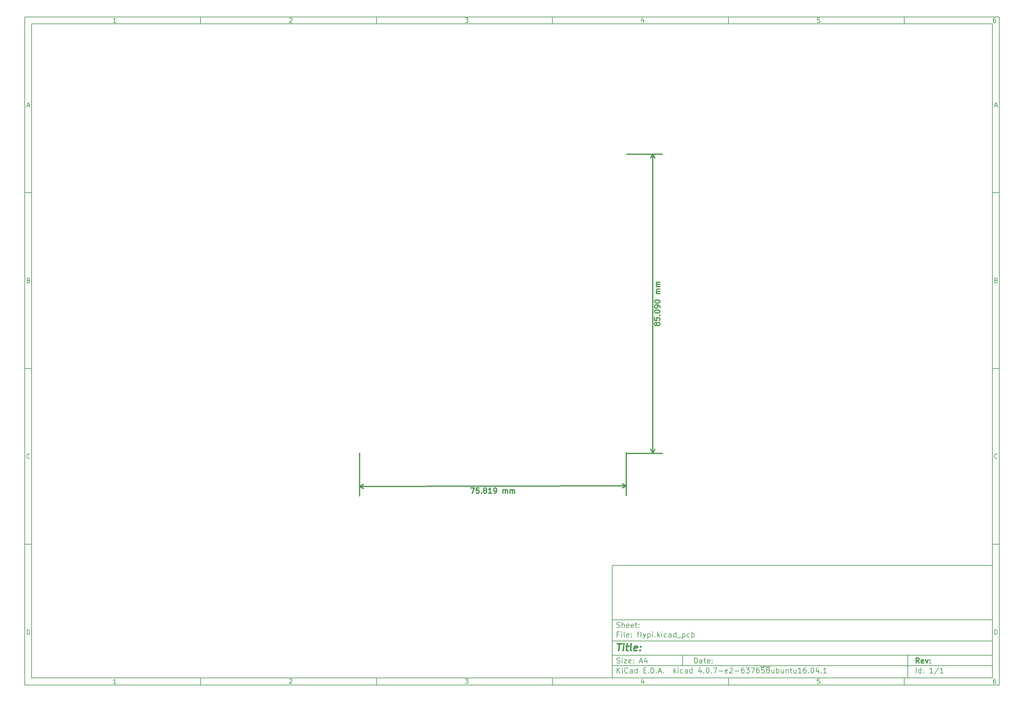
<source format=gbr>
G04 #@! TF.FileFunction,Other,ECO2*
%FSLAX46Y46*%
G04 Gerber Fmt 4.6, Leading zero omitted, Abs format (unit mm)*
G04 Created by KiCad (PCBNEW 4.0.7-e2-6376~58~ubuntu16.04.1) date Fri Dec 29 18:16:50 2017*
%MOMM*%
%LPD*%
G01*
G04 APERTURE LIST*
%ADD10C,0.100000*%
%ADD11C,0.150000*%
%ADD12C,0.300000*%
%ADD13C,0.400000*%
G04 APERTURE END LIST*
D10*
D11*
X177002200Y-166007200D02*
X177002200Y-198007200D01*
X285002200Y-198007200D01*
X285002200Y-166007200D01*
X177002200Y-166007200D01*
D10*
D11*
X10000000Y-10000000D02*
X10000000Y-200007200D01*
X287002200Y-200007200D01*
X287002200Y-10000000D01*
X10000000Y-10000000D01*
D10*
D11*
X12000000Y-12000000D02*
X12000000Y-198007200D01*
X285002200Y-198007200D01*
X285002200Y-12000000D01*
X12000000Y-12000000D01*
D10*
D11*
X60000000Y-12000000D02*
X60000000Y-10000000D01*
D10*
D11*
X110000000Y-12000000D02*
X110000000Y-10000000D01*
D10*
D11*
X160000000Y-12000000D02*
X160000000Y-10000000D01*
D10*
D11*
X210000000Y-12000000D02*
X210000000Y-10000000D01*
D10*
D11*
X260000000Y-12000000D02*
X260000000Y-10000000D01*
D10*
D11*
X35990476Y-11588095D02*
X35247619Y-11588095D01*
X35619048Y-11588095D02*
X35619048Y-10288095D01*
X35495238Y-10473810D01*
X35371429Y-10597619D01*
X35247619Y-10659524D01*
D10*
D11*
X85247619Y-10411905D02*
X85309524Y-10350000D01*
X85433333Y-10288095D01*
X85742857Y-10288095D01*
X85866667Y-10350000D01*
X85928571Y-10411905D01*
X85990476Y-10535714D01*
X85990476Y-10659524D01*
X85928571Y-10845238D01*
X85185714Y-11588095D01*
X85990476Y-11588095D01*
D10*
D11*
X135185714Y-10288095D02*
X135990476Y-10288095D01*
X135557143Y-10783333D01*
X135742857Y-10783333D01*
X135866667Y-10845238D01*
X135928571Y-10907143D01*
X135990476Y-11030952D01*
X135990476Y-11340476D01*
X135928571Y-11464286D01*
X135866667Y-11526190D01*
X135742857Y-11588095D01*
X135371429Y-11588095D01*
X135247619Y-11526190D01*
X135185714Y-11464286D01*
D10*
D11*
X185866667Y-10721429D02*
X185866667Y-11588095D01*
X185557143Y-10226190D02*
X185247619Y-11154762D01*
X186052381Y-11154762D01*
D10*
D11*
X235928571Y-10288095D02*
X235309524Y-10288095D01*
X235247619Y-10907143D01*
X235309524Y-10845238D01*
X235433333Y-10783333D01*
X235742857Y-10783333D01*
X235866667Y-10845238D01*
X235928571Y-10907143D01*
X235990476Y-11030952D01*
X235990476Y-11340476D01*
X235928571Y-11464286D01*
X235866667Y-11526190D01*
X235742857Y-11588095D01*
X235433333Y-11588095D01*
X235309524Y-11526190D01*
X235247619Y-11464286D01*
D10*
D11*
X285866667Y-10288095D02*
X285619048Y-10288095D01*
X285495238Y-10350000D01*
X285433333Y-10411905D01*
X285309524Y-10597619D01*
X285247619Y-10845238D01*
X285247619Y-11340476D01*
X285309524Y-11464286D01*
X285371429Y-11526190D01*
X285495238Y-11588095D01*
X285742857Y-11588095D01*
X285866667Y-11526190D01*
X285928571Y-11464286D01*
X285990476Y-11340476D01*
X285990476Y-11030952D01*
X285928571Y-10907143D01*
X285866667Y-10845238D01*
X285742857Y-10783333D01*
X285495238Y-10783333D01*
X285371429Y-10845238D01*
X285309524Y-10907143D01*
X285247619Y-11030952D01*
D10*
D11*
X60000000Y-198007200D02*
X60000000Y-200007200D01*
D10*
D11*
X110000000Y-198007200D02*
X110000000Y-200007200D01*
D10*
D11*
X160000000Y-198007200D02*
X160000000Y-200007200D01*
D10*
D11*
X210000000Y-198007200D02*
X210000000Y-200007200D01*
D10*
D11*
X260000000Y-198007200D02*
X260000000Y-200007200D01*
D10*
D11*
X35990476Y-199595295D02*
X35247619Y-199595295D01*
X35619048Y-199595295D02*
X35619048Y-198295295D01*
X35495238Y-198481010D01*
X35371429Y-198604819D01*
X35247619Y-198666724D01*
D10*
D11*
X85247619Y-198419105D02*
X85309524Y-198357200D01*
X85433333Y-198295295D01*
X85742857Y-198295295D01*
X85866667Y-198357200D01*
X85928571Y-198419105D01*
X85990476Y-198542914D01*
X85990476Y-198666724D01*
X85928571Y-198852438D01*
X85185714Y-199595295D01*
X85990476Y-199595295D01*
D10*
D11*
X135185714Y-198295295D02*
X135990476Y-198295295D01*
X135557143Y-198790533D01*
X135742857Y-198790533D01*
X135866667Y-198852438D01*
X135928571Y-198914343D01*
X135990476Y-199038152D01*
X135990476Y-199347676D01*
X135928571Y-199471486D01*
X135866667Y-199533390D01*
X135742857Y-199595295D01*
X135371429Y-199595295D01*
X135247619Y-199533390D01*
X135185714Y-199471486D01*
D10*
D11*
X185866667Y-198728629D02*
X185866667Y-199595295D01*
X185557143Y-198233390D02*
X185247619Y-199161962D01*
X186052381Y-199161962D01*
D10*
D11*
X235928571Y-198295295D02*
X235309524Y-198295295D01*
X235247619Y-198914343D01*
X235309524Y-198852438D01*
X235433333Y-198790533D01*
X235742857Y-198790533D01*
X235866667Y-198852438D01*
X235928571Y-198914343D01*
X235990476Y-199038152D01*
X235990476Y-199347676D01*
X235928571Y-199471486D01*
X235866667Y-199533390D01*
X235742857Y-199595295D01*
X235433333Y-199595295D01*
X235309524Y-199533390D01*
X235247619Y-199471486D01*
D10*
D11*
X285866667Y-198295295D02*
X285619048Y-198295295D01*
X285495238Y-198357200D01*
X285433333Y-198419105D01*
X285309524Y-198604819D01*
X285247619Y-198852438D01*
X285247619Y-199347676D01*
X285309524Y-199471486D01*
X285371429Y-199533390D01*
X285495238Y-199595295D01*
X285742857Y-199595295D01*
X285866667Y-199533390D01*
X285928571Y-199471486D01*
X285990476Y-199347676D01*
X285990476Y-199038152D01*
X285928571Y-198914343D01*
X285866667Y-198852438D01*
X285742857Y-198790533D01*
X285495238Y-198790533D01*
X285371429Y-198852438D01*
X285309524Y-198914343D01*
X285247619Y-199038152D01*
D10*
D11*
X10000000Y-60000000D02*
X12000000Y-60000000D01*
D10*
D11*
X10000000Y-110000000D02*
X12000000Y-110000000D01*
D10*
D11*
X10000000Y-160000000D02*
X12000000Y-160000000D01*
D10*
D11*
X10690476Y-35216667D02*
X11309524Y-35216667D01*
X10566667Y-35588095D02*
X11000000Y-34288095D01*
X11433333Y-35588095D01*
D10*
D11*
X11092857Y-84907143D02*
X11278571Y-84969048D01*
X11340476Y-85030952D01*
X11402381Y-85154762D01*
X11402381Y-85340476D01*
X11340476Y-85464286D01*
X11278571Y-85526190D01*
X11154762Y-85588095D01*
X10659524Y-85588095D01*
X10659524Y-84288095D01*
X11092857Y-84288095D01*
X11216667Y-84350000D01*
X11278571Y-84411905D01*
X11340476Y-84535714D01*
X11340476Y-84659524D01*
X11278571Y-84783333D01*
X11216667Y-84845238D01*
X11092857Y-84907143D01*
X10659524Y-84907143D01*
D10*
D11*
X11402381Y-135464286D02*
X11340476Y-135526190D01*
X11154762Y-135588095D01*
X11030952Y-135588095D01*
X10845238Y-135526190D01*
X10721429Y-135402381D01*
X10659524Y-135278571D01*
X10597619Y-135030952D01*
X10597619Y-134845238D01*
X10659524Y-134597619D01*
X10721429Y-134473810D01*
X10845238Y-134350000D01*
X11030952Y-134288095D01*
X11154762Y-134288095D01*
X11340476Y-134350000D01*
X11402381Y-134411905D01*
D10*
D11*
X10659524Y-185588095D02*
X10659524Y-184288095D01*
X10969048Y-184288095D01*
X11154762Y-184350000D01*
X11278571Y-184473810D01*
X11340476Y-184597619D01*
X11402381Y-184845238D01*
X11402381Y-185030952D01*
X11340476Y-185278571D01*
X11278571Y-185402381D01*
X11154762Y-185526190D01*
X10969048Y-185588095D01*
X10659524Y-185588095D01*
D10*
D11*
X287002200Y-60000000D02*
X285002200Y-60000000D01*
D10*
D11*
X287002200Y-110000000D02*
X285002200Y-110000000D01*
D10*
D11*
X287002200Y-160000000D02*
X285002200Y-160000000D01*
D10*
D11*
X285692676Y-35216667D02*
X286311724Y-35216667D01*
X285568867Y-35588095D02*
X286002200Y-34288095D01*
X286435533Y-35588095D01*
D10*
D11*
X286095057Y-84907143D02*
X286280771Y-84969048D01*
X286342676Y-85030952D01*
X286404581Y-85154762D01*
X286404581Y-85340476D01*
X286342676Y-85464286D01*
X286280771Y-85526190D01*
X286156962Y-85588095D01*
X285661724Y-85588095D01*
X285661724Y-84288095D01*
X286095057Y-84288095D01*
X286218867Y-84350000D01*
X286280771Y-84411905D01*
X286342676Y-84535714D01*
X286342676Y-84659524D01*
X286280771Y-84783333D01*
X286218867Y-84845238D01*
X286095057Y-84907143D01*
X285661724Y-84907143D01*
D10*
D11*
X286404581Y-135464286D02*
X286342676Y-135526190D01*
X286156962Y-135588095D01*
X286033152Y-135588095D01*
X285847438Y-135526190D01*
X285723629Y-135402381D01*
X285661724Y-135278571D01*
X285599819Y-135030952D01*
X285599819Y-134845238D01*
X285661724Y-134597619D01*
X285723629Y-134473810D01*
X285847438Y-134350000D01*
X286033152Y-134288095D01*
X286156962Y-134288095D01*
X286342676Y-134350000D01*
X286404581Y-134411905D01*
D10*
D11*
X285661724Y-185588095D02*
X285661724Y-184288095D01*
X285971248Y-184288095D01*
X286156962Y-184350000D01*
X286280771Y-184473810D01*
X286342676Y-184597619D01*
X286404581Y-184845238D01*
X286404581Y-185030952D01*
X286342676Y-185278571D01*
X286280771Y-185402381D01*
X286156962Y-185526190D01*
X285971248Y-185588095D01*
X285661724Y-185588095D01*
D10*
D11*
X200359343Y-193785771D02*
X200359343Y-192285771D01*
X200716486Y-192285771D01*
X200930771Y-192357200D01*
X201073629Y-192500057D01*
X201145057Y-192642914D01*
X201216486Y-192928629D01*
X201216486Y-193142914D01*
X201145057Y-193428629D01*
X201073629Y-193571486D01*
X200930771Y-193714343D01*
X200716486Y-193785771D01*
X200359343Y-193785771D01*
X202502200Y-193785771D02*
X202502200Y-193000057D01*
X202430771Y-192857200D01*
X202287914Y-192785771D01*
X202002200Y-192785771D01*
X201859343Y-192857200D01*
X202502200Y-193714343D02*
X202359343Y-193785771D01*
X202002200Y-193785771D01*
X201859343Y-193714343D01*
X201787914Y-193571486D01*
X201787914Y-193428629D01*
X201859343Y-193285771D01*
X202002200Y-193214343D01*
X202359343Y-193214343D01*
X202502200Y-193142914D01*
X203002200Y-192785771D02*
X203573629Y-192785771D01*
X203216486Y-192285771D02*
X203216486Y-193571486D01*
X203287914Y-193714343D01*
X203430772Y-193785771D01*
X203573629Y-193785771D01*
X204645057Y-193714343D02*
X204502200Y-193785771D01*
X204216486Y-193785771D01*
X204073629Y-193714343D01*
X204002200Y-193571486D01*
X204002200Y-193000057D01*
X204073629Y-192857200D01*
X204216486Y-192785771D01*
X204502200Y-192785771D01*
X204645057Y-192857200D01*
X204716486Y-193000057D01*
X204716486Y-193142914D01*
X204002200Y-193285771D01*
X205359343Y-193642914D02*
X205430771Y-193714343D01*
X205359343Y-193785771D01*
X205287914Y-193714343D01*
X205359343Y-193642914D01*
X205359343Y-193785771D01*
X205359343Y-192857200D02*
X205430771Y-192928629D01*
X205359343Y-193000057D01*
X205287914Y-192928629D01*
X205359343Y-192857200D01*
X205359343Y-193000057D01*
D10*
D11*
X177002200Y-194507200D02*
X285002200Y-194507200D01*
D10*
D11*
X178359343Y-196585771D02*
X178359343Y-195085771D01*
X179216486Y-196585771D02*
X178573629Y-195728629D01*
X179216486Y-195085771D02*
X178359343Y-195942914D01*
X179859343Y-196585771D02*
X179859343Y-195585771D01*
X179859343Y-195085771D02*
X179787914Y-195157200D01*
X179859343Y-195228629D01*
X179930771Y-195157200D01*
X179859343Y-195085771D01*
X179859343Y-195228629D01*
X181430772Y-196442914D02*
X181359343Y-196514343D01*
X181145057Y-196585771D01*
X181002200Y-196585771D01*
X180787915Y-196514343D01*
X180645057Y-196371486D01*
X180573629Y-196228629D01*
X180502200Y-195942914D01*
X180502200Y-195728629D01*
X180573629Y-195442914D01*
X180645057Y-195300057D01*
X180787915Y-195157200D01*
X181002200Y-195085771D01*
X181145057Y-195085771D01*
X181359343Y-195157200D01*
X181430772Y-195228629D01*
X182716486Y-196585771D02*
X182716486Y-195800057D01*
X182645057Y-195657200D01*
X182502200Y-195585771D01*
X182216486Y-195585771D01*
X182073629Y-195657200D01*
X182716486Y-196514343D02*
X182573629Y-196585771D01*
X182216486Y-196585771D01*
X182073629Y-196514343D01*
X182002200Y-196371486D01*
X182002200Y-196228629D01*
X182073629Y-196085771D01*
X182216486Y-196014343D01*
X182573629Y-196014343D01*
X182716486Y-195942914D01*
X184073629Y-196585771D02*
X184073629Y-195085771D01*
X184073629Y-196514343D02*
X183930772Y-196585771D01*
X183645058Y-196585771D01*
X183502200Y-196514343D01*
X183430772Y-196442914D01*
X183359343Y-196300057D01*
X183359343Y-195871486D01*
X183430772Y-195728629D01*
X183502200Y-195657200D01*
X183645058Y-195585771D01*
X183930772Y-195585771D01*
X184073629Y-195657200D01*
X185930772Y-195800057D02*
X186430772Y-195800057D01*
X186645058Y-196585771D02*
X185930772Y-196585771D01*
X185930772Y-195085771D01*
X186645058Y-195085771D01*
X187287915Y-196442914D02*
X187359343Y-196514343D01*
X187287915Y-196585771D01*
X187216486Y-196514343D01*
X187287915Y-196442914D01*
X187287915Y-196585771D01*
X188002201Y-196585771D02*
X188002201Y-195085771D01*
X188359344Y-195085771D01*
X188573629Y-195157200D01*
X188716487Y-195300057D01*
X188787915Y-195442914D01*
X188859344Y-195728629D01*
X188859344Y-195942914D01*
X188787915Y-196228629D01*
X188716487Y-196371486D01*
X188573629Y-196514343D01*
X188359344Y-196585771D01*
X188002201Y-196585771D01*
X189502201Y-196442914D02*
X189573629Y-196514343D01*
X189502201Y-196585771D01*
X189430772Y-196514343D01*
X189502201Y-196442914D01*
X189502201Y-196585771D01*
X190145058Y-196157200D02*
X190859344Y-196157200D01*
X190002201Y-196585771D02*
X190502201Y-195085771D01*
X191002201Y-196585771D01*
X191502201Y-196442914D02*
X191573629Y-196514343D01*
X191502201Y-196585771D01*
X191430772Y-196514343D01*
X191502201Y-196442914D01*
X191502201Y-196585771D01*
X194502201Y-196585771D02*
X194502201Y-195085771D01*
X194645058Y-196014343D02*
X195073629Y-196585771D01*
X195073629Y-195585771D02*
X194502201Y-196157200D01*
X195716487Y-196585771D02*
X195716487Y-195585771D01*
X195716487Y-195085771D02*
X195645058Y-195157200D01*
X195716487Y-195228629D01*
X195787915Y-195157200D01*
X195716487Y-195085771D01*
X195716487Y-195228629D01*
X197073630Y-196514343D02*
X196930773Y-196585771D01*
X196645059Y-196585771D01*
X196502201Y-196514343D01*
X196430773Y-196442914D01*
X196359344Y-196300057D01*
X196359344Y-195871486D01*
X196430773Y-195728629D01*
X196502201Y-195657200D01*
X196645059Y-195585771D01*
X196930773Y-195585771D01*
X197073630Y-195657200D01*
X198359344Y-196585771D02*
X198359344Y-195800057D01*
X198287915Y-195657200D01*
X198145058Y-195585771D01*
X197859344Y-195585771D01*
X197716487Y-195657200D01*
X198359344Y-196514343D02*
X198216487Y-196585771D01*
X197859344Y-196585771D01*
X197716487Y-196514343D01*
X197645058Y-196371486D01*
X197645058Y-196228629D01*
X197716487Y-196085771D01*
X197859344Y-196014343D01*
X198216487Y-196014343D01*
X198359344Y-195942914D01*
X199716487Y-196585771D02*
X199716487Y-195085771D01*
X199716487Y-196514343D02*
X199573630Y-196585771D01*
X199287916Y-196585771D01*
X199145058Y-196514343D01*
X199073630Y-196442914D01*
X199002201Y-196300057D01*
X199002201Y-195871486D01*
X199073630Y-195728629D01*
X199145058Y-195657200D01*
X199287916Y-195585771D01*
X199573630Y-195585771D01*
X199716487Y-195657200D01*
X202216487Y-195585771D02*
X202216487Y-196585771D01*
X201859344Y-195014343D02*
X201502201Y-196085771D01*
X202430773Y-196085771D01*
X203002201Y-196442914D02*
X203073629Y-196514343D01*
X203002201Y-196585771D01*
X202930772Y-196514343D01*
X203002201Y-196442914D01*
X203002201Y-196585771D01*
X204002201Y-195085771D02*
X204145058Y-195085771D01*
X204287915Y-195157200D01*
X204359344Y-195228629D01*
X204430773Y-195371486D01*
X204502201Y-195657200D01*
X204502201Y-196014343D01*
X204430773Y-196300057D01*
X204359344Y-196442914D01*
X204287915Y-196514343D01*
X204145058Y-196585771D01*
X204002201Y-196585771D01*
X203859344Y-196514343D01*
X203787915Y-196442914D01*
X203716487Y-196300057D01*
X203645058Y-196014343D01*
X203645058Y-195657200D01*
X203716487Y-195371486D01*
X203787915Y-195228629D01*
X203859344Y-195157200D01*
X204002201Y-195085771D01*
X205145058Y-196442914D02*
X205216486Y-196514343D01*
X205145058Y-196585771D01*
X205073629Y-196514343D01*
X205145058Y-196442914D01*
X205145058Y-196585771D01*
X205716487Y-195085771D02*
X206716487Y-195085771D01*
X206073630Y-196585771D01*
X207287915Y-196014343D02*
X208430772Y-196014343D01*
X209716486Y-196514343D02*
X209573629Y-196585771D01*
X209287915Y-196585771D01*
X209145058Y-196514343D01*
X209073629Y-196371486D01*
X209073629Y-195800057D01*
X209145058Y-195657200D01*
X209287915Y-195585771D01*
X209573629Y-195585771D01*
X209716486Y-195657200D01*
X209787915Y-195800057D01*
X209787915Y-195942914D01*
X209073629Y-196085771D01*
X210359343Y-195228629D02*
X210430772Y-195157200D01*
X210573629Y-195085771D01*
X210930772Y-195085771D01*
X211073629Y-195157200D01*
X211145058Y-195228629D01*
X211216486Y-195371486D01*
X211216486Y-195514343D01*
X211145058Y-195728629D01*
X210287915Y-196585771D01*
X211216486Y-196585771D01*
X211859343Y-196014343D02*
X213002200Y-196014343D01*
X214359343Y-195085771D02*
X214073629Y-195085771D01*
X213930772Y-195157200D01*
X213859343Y-195228629D01*
X213716486Y-195442914D01*
X213645057Y-195728629D01*
X213645057Y-196300057D01*
X213716486Y-196442914D01*
X213787914Y-196514343D01*
X213930772Y-196585771D01*
X214216486Y-196585771D01*
X214359343Y-196514343D01*
X214430772Y-196442914D01*
X214502200Y-196300057D01*
X214502200Y-195942914D01*
X214430772Y-195800057D01*
X214359343Y-195728629D01*
X214216486Y-195657200D01*
X213930772Y-195657200D01*
X213787914Y-195728629D01*
X213716486Y-195800057D01*
X213645057Y-195942914D01*
X215002200Y-195085771D02*
X215930771Y-195085771D01*
X215430771Y-195657200D01*
X215645057Y-195657200D01*
X215787914Y-195728629D01*
X215859343Y-195800057D01*
X215930771Y-195942914D01*
X215930771Y-196300057D01*
X215859343Y-196442914D01*
X215787914Y-196514343D01*
X215645057Y-196585771D01*
X215216485Y-196585771D01*
X215073628Y-196514343D01*
X215002200Y-196442914D01*
X216430771Y-195085771D02*
X217430771Y-195085771D01*
X216787914Y-196585771D01*
X218645056Y-195085771D02*
X218359342Y-195085771D01*
X218216485Y-195157200D01*
X218145056Y-195228629D01*
X218002199Y-195442914D01*
X217930770Y-195728629D01*
X217930770Y-196300057D01*
X218002199Y-196442914D01*
X218073627Y-196514343D01*
X218216485Y-196585771D01*
X218502199Y-196585771D01*
X218645056Y-196514343D01*
X218716485Y-196442914D01*
X218787913Y-196300057D01*
X218787913Y-195942914D01*
X218716485Y-195800057D01*
X218645056Y-195728629D01*
X218502199Y-195657200D01*
X218216485Y-195657200D01*
X218073627Y-195728629D01*
X218002199Y-195800057D01*
X217930770Y-195942914D01*
X220145056Y-195085771D02*
X219430770Y-195085771D01*
X219359341Y-195800057D01*
X219430770Y-195728629D01*
X219573627Y-195657200D01*
X219930770Y-195657200D01*
X220073627Y-195728629D01*
X220145056Y-195800057D01*
X220216484Y-195942914D01*
X220216484Y-196300057D01*
X220145056Y-196442914D01*
X220073627Y-196514343D01*
X219930770Y-196585771D01*
X219573627Y-196585771D01*
X219430770Y-196514343D01*
X219359341Y-196442914D01*
X221073627Y-195728629D02*
X220930769Y-195657200D01*
X220859341Y-195585771D01*
X220787912Y-195442914D01*
X220787912Y-195371486D01*
X220859341Y-195228629D01*
X220930769Y-195157200D01*
X221073627Y-195085771D01*
X221359341Y-195085771D01*
X221502198Y-195157200D01*
X221573627Y-195228629D01*
X221645055Y-195371486D01*
X221645055Y-195442914D01*
X221573627Y-195585771D01*
X221502198Y-195657200D01*
X221359341Y-195728629D01*
X221073627Y-195728629D01*
X220930769Y-195800057D01*
X220859341Y-195871486D01*
X220787912Y-196014343D01*
X220787912Y-196300057D01*
X220859341Y-196442914D01*
X220930769Y-196514343D01*
X221073627Y-196585771D01*
X221359341Y-196585771D01*
X221502198Y-196514343D01*
X221573627Y-196442914D01*
X221645055Y-196300057D01*
X221645055Y-196014343D01*
X221573627Y-195871486D01*
X221502198Y-195800057D01*
X221359341Y-195728629D01*
X219073627Y-194827200D02*
X221930769Y-194827200D01*
X222930769Y-195585771D02*
X222930769Y-196585771D01*
X222287912Y-195585771D02*
X222287912Y-196371486D01*
X222359340Y-196514343D01*
X222502198Y-196585771D01*
X222716483Y-196585771D01*
X222859340Y-196514343D01*
X222930769Y-196442914D01*
X223645055Y-196585771D02*
X223645055Y-195085771D01*
X223645055Y-195657200D02*
X223787912Y-195585771D01*
X224073626Y-195585771D01*
X224216483Y-195657200D01*
X224287912Y-195728629D01*
X224359341Y-195871486D01*
X224359341Y-196300057D01*
X224287912Y-196442914D01*
X224216483Y-196514343D01*
X224073626Y-196585771D01*
X223787912Y-196585771D01*
X223645055Y-196514343D01*
X225645055Y-195585771D02*
X225645055Y-196585771D01*
X225002198Y-195585771D02*
X225002198Y-196371486D01*
X225073626Y-196514343D01*
X225216484Y-196585771D01*
X225430769Y-196585771D01*
X225573626Y-196514343D01*
X225645055Y-196442914D01*
X226359341Y-195585771D02*
X226359341Y-196585771D01*
X226359341Y-195728629D02*
X226430769Y-195657200D01*
X226573627Y-195585771D01*
X226787912Y-195585771D01*
X226930769Y-195657200D01*
X227002198Y-195800057D01*
X227002198Y-196585771D01*
X227502198Y-195585771D02*
X228073627Y-195585771D01*
X227716484Y-195085771D02*
X227716484Y-196371486D01*
X227787912Y-196514343D01*
X227930770Y-196585771D01*
X228073627Y-196585771D01*
X229216484Y-195585771D02*
X229216484Y-196585771D01*
X228573627Y-195585771D02*
X228573627Y-196371486D01*
X228645055Y-196514343D01*
X228787913Y-196585771D01*
X229002198Y-196585771D01*
X229145055Y-196514343D01*
X229216484Y-196442914D01*
X230716484Y-196585771D02*
X229859341Y-196585771D01*
X230287913Y-196585771D02*
X230287913Y-195085771D01*
X230145056Y-195300057D01*
X230002198Y-195442914D01*
X229859341Y-195514343D01*
X232002198Y-195085771D02*
X231716484Y-195085771D01*
X231573627Y-195157200D01*
X231502198Y-195228629D01*
X231359341Y-195442914D01*
X231287912Y-195728629D01*
X231287912Y-196300057D01*
X231359341Y-196442914D01*
X231430769Y-196514343D01*
X231573627Y-196585771D01*
X231859341Y-196585771D01*
X232002198Y-196514343D01*
X232073627Y-196442914D01*
X232145055Y-196300057D01*
X232145055Y-195942914D01*
X232073627Y-195800057D01*
X232002198Y-195728629D01*
X231859341Y-195657200D01*
X231573627Y-195657200D01*
X231430769Y-195728629D01*
X231359341Y-195800057D01*
X231287912Y-195942914D01*
X232787912Y-196442914D02*
X232859340Y-196514343D01*
X232787912Y-196585771D01*
X232716483Y-196514343D01*
X232787912Y-196442914D01*
X232787912Y-196585771D01*
X233787912Y-195085771D02*
X233930769Y-195085771D01*
X234073626Y-195157200D01*
X234145055Y-195228629D01*
X234216484Y-195371486D01*
X234287912Y-195657200D01*
X234287912Y-196014343D01*
X234216484Y-196300057D01*
X234145055Y-196442914D01*
X234073626Y-196514343D01*
X233930769Y-196585771D01*
X233787912Y-196585771D01*
X233645055Y-196514343D01*
X233573626Y-196442914D01*
X233502198Y-196300057D01*
X233430769Y-196014343D01*
X233430769Y-195657200D01*
X233502198Y-195371486D01*
X233573626Y-195228629D01*
X233645055Y-195157200D01*
X233787912Y-195085771D01*
X235573626Y-195585771D02*
X235573626Y-196585771D01*
X235216483Y-195014343D02*
X234859340Y-196085771D01*
X235787912Y-196085771D01*
X236359340Y-196442914D02*
X236430768Y-196514343D01*
X236359340Y-196585771D01*
X236287911Y-196514343D01*
X236359340Y-196442914D01*
X236359340Y-196585771D01*
X237859340Y-196585771D02*
X237002197Y-196585771D01*
X237430769Y-196585771D02*
X237430769Y-195085771D01*
X237287912Y-195300057D01*
X237145054Y-195442914D01*
X237002197Y-195514343D01*
D10*
D11*
X177002200Y-191507200D02*
X285002200Y-191507200D01*
D10*
D12*
X264216486Y-193785771D02*
X263716486Y-193071486D01*
X263359343Y-193785771D02*
X263359343Y-192285771D01*
X263930771Y-192285771D01*
X264073629Y-192357200D01*
X264145057Y-192428629D01*
X264216486Y-192571486D01*
X264216486Y-192785771D01*
X264145057Y-192928629D01*
X264073629Y-193000057D01*
X263930771Y-193071486D01*
X263359343Y-193071486D01*
X265430771Y-193714343D02*
X265287914Y-193785771D01*
X265002200Y-193785771D01*
X264859343Y-193714343D01*
X264787914Y-193571486D01*
X264787914Y-193000057D01*
X264859343Y-192857200D01*
X265002200Y-192785771D01*
X265287914Y-192785771D01*
X265430771Y-192857200D01*
X265502200Y-193000057D01*
X265502200Y-193142914D01*
X264787914Y-193285771D01*
X266002200Y-192785771D02*
X266359343Y-193785771D01*
X266716485Y-192785771D01*
X267287914Y-193642914D02*
X267359342Y-193714343D01*
X267287914Y-193785771D01*
X267216485Y-193714343D01*
X267287914Y-193642914D01*
X267287914Y-193785771D01*
X267287914Y-192857200D02*
X267359342Y-192928629D01*
X267287914Y-193000057D01*
X267216485Y-192928629D01*
X267287914Y-192857200D01*
X267287914Y-193000057D01*
D10*
D11*
X178287914Y-193714343D02*
X178502200Y-193785771D01*
X178859343Y-193785771D01*
X179002200Y-193714343D01*
X179073629Y-193642914D01*
X179145057Y-193500057D01*
X179145057Y-193357200D01*
X179073629Y-193214343D01*
X179002200Y-193142914D01*
X178859343Y-193071486D01*
X178573629Y-193000057D01*
X178430771Y-192928629D01*
X178359343Y-192857200D01*
X178287914Y-192714343D01*
X178287914Y-192571486D01*
X178359343Y-192428629D01*
X178430771Y-192357200D01*
X178573629Y-192285771D01*
X178930771Y-192285771D01*
X179145057Y-192357200D01*
X179787914Y-193785771D02*
X179787914Y-192785771D01*
X179787914Y-192285771D02*
X179716485Y-192357200D01*
X179787914Y-192428629D01*
X179859342Y-192357200D01*
X179787914Y-192285771D01*
X179787914Y-192428629D01*
X180359343Y-192785771D02*
X181145057Y-192785771D01*
X180359343Y-193785771D01*
X181145057Y-193785771D01*
X182287914Y-193714343D02*
X182145057Y-193785771D01*
X181859343Y-193785771D01*
X181716486Y-193714343D01*
X181645057Y-193571486D01*
X181645057Y-193000057D01*
X181716486Y-192857200D01*
X181859343Y-192785771D01*
X182145057Y-192785771D01*
X182287914Y-192857200D01*
X182359343Y-193000057D01*
X182359343Y-193142914D01*
X181645057Y-193285771D01*
X183002200Y-193642914D02*
X183073628Y-193714343D01*
X183002200Y-193785771D01*
X182930771Y-193714343D01*
X183002200Y-193642914D01*
X183002200Y-193785771D01*
X183002200Y-192857200D02*
X183073628Y-192928629D01*
X183002200Y-193000057D01*
X182930771Y-192928629D01*
X183002200Y-192857200D01*
X183002200Y-193000057D01*
X184787914Y-193357200D02*
X185502200Y-193357200D01*
X184645057Y-193785771D02*
X185145057Y-192285771D01*
X185645057Y-193785771D01*
X186787914Y-192785771D02*
X186787914Y-193785771D01*
X186430771Y-192214343D02*
X186073628Y-193285771D01*
X187002200Y-193285771D01*
D10*
D11*
X263359343Y-196585771D02*
X263359343Y-195085771D01*
X264716486Y-196585771D02*
X264716486Y-195085771D01*
X264716486Y-196514343D02*
X264573629Y-196585771D01*
X264287915Y-196585771D01*
X264145057Y-196514343D01*
X264073629Y-196442914D01*
X264002200Y-196300057D01*
X264002200Y-195871486D01*
X264073629Y-195728629D01*
X264145057Y-195657200D01*
X264287915Y-195585771D01*
X264573629Y-195585771D01*
X264716486Y-195657200D01*
X265430772Y-196442914D02*
X265502200Y-196514343D01*
X265430772Y-196585771D01*
X265359343Y-196514343D01*
X265430772Y-196442914D01*
X265430772Y-196585771D01*
X265430772Y-195657200D02*
X265502200Y-195728629D01*
X265430772Y-195800057D01*
X265359343Y-195728629D01*
X265430772Y-195657200D01*
X265430772Y-195800057D01*
X268073629Y-196585771D02*
X267216486Y-196585771D01*
X267645058Y-196585771D02*
X267645058Y-195085771D01*
X267502201Y-195300057D01*
X267359343Y-195442914D01*
X267216486Y-195514343D01*
X269787914Y-195014343D02*
X268502200Y-196942914D01*
X271073629Y-196585771D02*
X270216486Y-196585771D01*
X270645058Y-196585771D02*
X270645058Y-195085771D01*
X270502201Y-195300057D01*
X270359343Y-195442914D01*
X270216486Y-195514343D01*
D10*
D11*
X177002200Y-187507200D02*
X285002200Y-187507200D01*
D10*
D13*
X178454581Y-188211962D02*
X179597438Y-188211962D01*
X178776010Y-190211962D02*
X179026010Y-188211962D01*
X180014105Y-190211962D02*
X180180771Y-188878629D01*
X180264105Y-188211962D02*
X180156962Y-188307200D01*
X180240295Y-188402438D01*
X180347439Y-188307200D01*
X180264105Y-188211962D01*
X180240295Y-188402438D01*
X180847438Y-188878629D02*
X181609343Y-188878629D01*
X181216486Y-188211962D02*
X181002200Y-189926248D01*
X181073630Y-190116724D01*
X181252201Y-190211962D01*
X181442677Y-190211962D01*
X182395058Y-190211962D02*
X182216487Y-190116724D01*
X182145057Y-189926248D01*
X182359343Y-188211962D01*
X183930772Y-190116724D02*
X183728391Y-190211962D01*
X183347439Y-190211962D01*
X183168867Y-190116724D01*
X183097438Y-189926248D01*
X183192676Y-189164343D01*
X183311724Y-188973867D01*
X183514105Y-188878629D01*
X183895057Y-188878629D01*
X184073629Y-188973867D01*
X184145057Y-189164343D01*
X184121248Y-189354819D01*
X183145057Y-189545295D01*
X184895057Y-190021486D02*
X184978392Y-190116724D01*
X184871248Y-190211962D01*
X184787915Y-190116724D01*
X184895057Y-190021486D01*
X184871248Y-190211962D01*
X185026010Y-188973867D02*
X185109344Y-189069105D01*
X185002200Y-189164343D01*
X184918867Y-189069105D01*
X185026010Y-188973867D01*
X185002200Y-189164343D01*
D10*
D11*
X178859343Y-185600057D02*
X178359343Y-185600057D01*
X178359343Y-186385771D02*
X178359343Y-184885771D01*
X179073629Y-184885771D01*
X179645057Y-186385771D02*
X179645057Y-185385771D01*
X179645057Y-184885771D02*
X179573628Y-184957200D01*
X179645057Y-185028629D01*
X179716485Y-184957200D01*
X179645057Y-184885771D01*
X179645057Y-185028629D01*
X180573629Y-186385771D02*
X180430771Y-186314343D01*
X180359343Y-186171486D01*
X180359343Y-184885771D01*
X181716485Y-186314343D02*
X181573628Y-186385771D01*
X181287914Y-186385771D01*
X181145057Y-186314343D01*
X181073628Y-186171486D01*
X181073628Y-185600057D01*
X181145057Y-185457200D01*
X181287914Y-185385771D01*
X181573628Y-185385771D01*
X181716485Y-185457200D01*
X181787914Y-185600057D01*
X181787914Y-185742914D01*
X181073628Y-185885771D01*
X182430771Y-186242914D02*
X182502199Y-186314343D01*
X182430771Y-186385771D01*
X182359342Y-186314343D01*
X182430771Y-186242914D01*
X182430771Y-186385771D01*
X182430771Y-185457200D02*
X182502199Y-185528629D01*
X182430771Y-185600057D01*
X182359342Y-185528629D01*
X182430771Y-185457200D01*
X182430771Y-185600057D01*
X184073628Y-185385771D02*
X184645057Y-185385771D01*
X184287914Y-186385771D02*
X184287914Y-185100057D01*
X184359342Y-184957200D01*
X184502200Y-184885771D01*
X184645057Y-184885771D01*
X185359343Y-186385771D02*
X185216485Y-186314343D01*
X185145057Y-186171486D01*
X185145057Y-184885771D01*
X185787914Y-185385771D02*
X186145057Y-186385771D01*
X186502199Y-185385771D02*
X186145057Y-186385771D01*
X186002199Y-186742914D01*
X185930771Y-186814343D01*
X185787914Y-186885771D01*
X187073628Y-185385771D02*
X187073628Y-186885771D01*
X187073628Y-185457200D02*
X187216485Y-185385771D01*
X187502199Y-185385771D01*
X187645056Y-185457200D01*
X187716485Y-185528629D01*
X187787914Y-185671486D01*
X187787914Y-186100057D01*
X187716485Y-186242914D01*
X187645056Y-186314343D01*
X187502199Y-186385771D01*
X187216485Y-186385771D01*
X187073628Y-186314343D01*
X188430771Y-186385771D02*
X188430771Y-185385771D01*
X188430771Y-184885771D02*
X188359342Y-184957200D01*
X188430771Y-185028629D01*
X188502199Y-184957200D01*
X188430771Y-184885771D01*
X188430771Y-185028629D01*
X189145057Y-186242914D02*
X189216485Y-186314343D01*
X189145057Y-186385771D01*
X189073628Y-186314343D01*
X189145057Y-186242914D01*
X189145057Y-186385771D01*
X189859343Y-186385771D02*
X189859343Y-184885771D01*
X190002200Y-185814343D02*
X190430771Y-186385771D01*
X190430771Y-185385771D02*
X189859343Y-185957200D01*
X191073629Y-186385771D02*
X191073629Y-185385771D01*
X191073629Y-184885771D02*
X191002200Y-184957200D01*
X191073629Y-185028629D01*
X191145057Y-184957200D01*
X191073629Y-184885771D01*
X191073629Y-185028629D01*
X192430772Y-186314343D02*
X192287915Y-186385771D01*
X192002201Y-186385771D01*
X191859343Y-186314343D01*
X191787915Y-186242914D01*
X191716486Y-186100057D01*
X191716486Y-185671486D01*
X191787915Y-185528629D01*
X191859343Y-185457200D01*
X192002201Y-185385771D01*
X192287915Y-185385771D01*
X192430772Y-185457200D01*
X193716486Y-186385771D02*
X193716486Y-185600057D01*
X193645057Y-185457200D01*
X193502200Y-185385771D01*
X193216486Y-185385771D01*
X193073629Y-185457200D01*
X193716486Y-186314343D02*
X193573629Y-186385771D01*
X193216486Y-186385771D01*
X193073629Y-186314343D01*
X193002200Y-186171486D01*
X193002200Y-186028629D01*
X193073629Y-185885771D01*
X193216486Y-185814343D01*
X193573629Y-185814343D01*
X193716486Y-185742914D01*
X195073629Y-186385771D02*
X195073629Y-184885771D01*
X195073629Y-186314343D02*
X194930772Y-186385771D01*
X194645058Y-186385771D01*
X194502200Y-186314343D01*
X194430772Y-186242914D01*
X194359343Y-186100057D01*
X194359343Y-185671486D01*
X194430772Y-185528629D01*
X194502200Y-185457200D01*
X194645058Y-185385771D01*
X194930772Y-185385771D01*
X195073629Y-185457200D01*
X195430772Y-186528629D02*
X196573629Y-186528629D01*
X196930772Y-185385771D02*
X196930772Y-186885771D01*
X196930772Y-185457200D02*
X197073629Y-185385771D01*
X197359343Y-185385771D01*
X197502200Y-185457200D01*
X197573629Y-185528629D01*
X197645058Y-185671486D01*
X197645058Y-186100057D01*
X197573629Y-186242914D01*
X197502200Y-186314343D01*
X197359343Y-186385771D01*
X197073629Y-186385771D01*
X196930772Y-186314343D01*
X198930772Y-186314343D02*
X198787915Y-186385771D01*
X198502201Y-186385771D01*
X198359343Y-186314343D01*
X198287915Y-186242914D01*
X198216486Y-186100057D01*
X198216486Y-185671486D01*
X198287915Y-185528629D01*
X198359343Y-185457200D01*
X198502201Y-185385771D01*
X198787915Y-185385771D01*
X198930772Y-185457200D01*
X199573629Y-186385771D02*
X199573629Y-184885771D01*
X199573629Y-185457200D02*
X199716486Y-185385771D01*
X200002200Y-185385771D01*
X200145057Y-185457200D01*
X200216486Y-185528629D01*
X200287915Y-185671486D01*
X200287915Y-186100057D01*
X200216486Y-186242914D01*
X200145057Y-186314343D01*
X200002200Y-186385771D01*
X199716486Y-186385771D01*
X199573629Y-186314343D01*
D10*
D11*
X177002200Y-181507200D02*
X285002200Y-181507200D01*
D10*
D11*
X178287914Y-183614343D02*
X178502200Y-183685771D01*
X178859343Y-183685771D01*
X179002200Y-183614343D01*
X179073629Y-183542914D01*
X179145057Y-183400057D01*
X179145057Y-183257200D01*
X179073629Y-183114343D01*
X179002200Y-183042914D01*
X178859343Y-182971486D01*
X178573629Y-182900057D01*
X178430771Y-182828629D01*
X178359343Y-182757200D01*
X178287914Y-182614343D01*
X178287914Y-182471486D01*
X178359343Y-182328629D01*
X178430771Y-182257200D01*
X178573629Y-182185771D01*
X178930771Y-182185771D01*
X179145057Y-182257200D01*
X179787914Y-183685771D02*
X179787914Y-182185771D01*
X180430771Y-183685771D02*
X180430771Y-182900057D01*
X180359342Y-182757200D01*
X180216485Y-182685771D01*
X180002200Y-182685771D01*
X179859342Y-182757200D01*
X179787914Y-182828629D01*
X181716485Y-183614343D02*
X181573628Y-183685771D01*
X181287914Y-183685771D01*
X181145057Y-183614343D01*
X181073628Y-183471486D01*
X181073628Y-182900057D01*
X181145057Y-182757200D01*
X181287914Y-182685771D01*
X181573628Y-182685771D01*
X181716485Y-182757200D01*
X181787914Y-182900057D01*
X181787914Y-183042914D01*
X181073628Y-183185771D01*
X183002199Y-183614343D02*
X182859342Y-183685771D01*
X182573628Y-183685771D01*
X182430771Y-183614343D01*
X182359342Y-183471486D01*
X182359342Y-182900057D01*
X182430771Y-182757200D01*
X182573628Y-182685771D01*
X182859342Y-182685771D01*
X183002199Y-182757200D01*
X183073628Y-182900057D01*
X183073628Y-183042914D01*
X182359342Y-183185771D01*
X183502199Y-182685771D02*
X184073628Y-182685771D01*
X183716485Y-182185771D02*
X183716485Y-183471486D01*
X183787913Y-183614343D01*
X183930771Y-183685771D01*
X184073628Y-183685771D01*
X184573628Y-183542914D02*
X184645056Y-183614343D01*
X184573628Y-183685771D01*
X184502199Y-183614343D01*
X184573628Y-183542914D01*
X184573628Y-183685771D01*
X184573628Y-182757200D02*
X184645056Y-182828629D01*
X184573628Y-182900057D01*
X184502199Y-182828629D01*
X184573628Y-182757200D01*
X184573628Y-182900057D01*
D10*
D11*
X197002200Y-191507200D02*
X197002200Y-194507200D01*
D10*
D11*
X261002200Y-191507200D02*
X261002200Y-198007200D01*
D12*
X136796423Y-143985785D02*
X137796421Y-143984110D01*
X137156078Y-145485185D01*
X139082134Y-143981956D02*
X138367849Y-143983153D01*
X138297616Y-144697557D01*
X138368926Y-144626010D01*
X138511663Y-144554342D01*
X138868805Y-144553743D01*
X139011782Y-144624933D01*
X139083330Y-144696241D01*
X139154997Y-144838978D01*
X139155596Y-145196121D01*
X139084407Y-145339097D01*
X139013098Y-145410646D01*
X138870361Y-145482313D01*
X138513218Y-145482911D01*
X138370242Y-145411723D01*
X138298693Y-145340414D01*
X139798691Y-145337901D02*
X139870238Y-145409210D01*
X139798930Y-145480758D01*
X139727382Y-145409449D01*
X139798691Y-145337901D01*
X139798930Y-145480758D01*
X140726065Y-144622062D02*
X140583088Y-144550872D01*
X140511540Y-144479563D01*
X140439872Y-144336826D01*
X140439752Y-144265398D01*
X140510942Y-144122421D01*
X140582250Y-144050873D01*
X140724988Y-143979204D01*
X141010702Y-143978726D01*
X141153678Y-144049915D01*
X141225227Y-144121225D01*
X141296894Y-144263962D01*
X141297014Y-144335390D01*
X141225825Y-144478366D01*
X141154516Y-144549915D01*
X141011779Y-144621583D01*
X140726065Y-144622062D01*
X140583327Y-144693729D01*
X140512019Y-144765277D01*
X140440829Y-144908254D01*
X140441308Y-145193967D01*
X140512976Y-145336704D01*
X140584523Y-145408014D01*
X140727501Y-145479202D01*
X141013215Y-145478724D01*
X141155952Y-145407057D01*
X141227261Y-145335508D01*
X141298450Y-145192532D01*
X141297971Y-144906818D01*
X141226304Y-144764081D01*
X141154755Y-144692772D01*
X141011779Y-144621583D01*
X142727497Y-145475852D02*
X141870355Y-145477288D01*
X142298927Y-145476570D02*
X142296414Y-143976572D01*
X142153916Y-144191097D01*
X142011298Y-144334193D01*
X141868561Y-144405862D01*
X143441781Y-145474656D02*
X143727496Y-145474177D01*
X143870233Y-145402510D01*
X143941541Y-145330962D01*
X144084040Y-145116438D01*
X144154989Y-144830603D01*
X144154032Y-144259176D01*
X144082365Y-144116439D01*
X144010816Y-144045130D01*
X143867840Y-143973940D01*
X143582126Y-143974419D01*
X143439388Y-144046087D01*
X143368080Y-144117635D01*
X143296890Y-144260612D01*
X143297489Y-144617754D01*
X143369157Y-144760491D01*
X143440704Y-144831800D01*
X143583682Y-144902989D01*
X143869395Y-144902511D01*
X144012133Y-144830843D01*
X144083442Y-144759295D01*
X144154630Y-144616319D01*
X145941778Y-145470468D02*
X145940103Y-144470470D01*
X145940342Y-144613327D02*
X146011650Y-144541779D01*
X146154388Y-144470111D01*
X146368673Y-144469752D01*
X146511649Y-144540941D01*
X146583318Y-144683679D01*
X146584634Y-145469391D01*
X146583318Y-144683679D02*
X146654507Y-144540702D01*
X146797244Y-144469034D01*
X147011529Y-144468675D01*
X147154507Y-144539865D01*
X147226174Y-144682602D01*
X147227490Y-145468315D01*
X147941775Y-145467118D02*
X147940100Y-144467120D01*
X147940339Y-144609977D02*
X148011647Y-144538429D01*
X148154385Y-144466761D01*
X148368670Y-144466402D01*
X148511647Y-144537591D01*
X148583315Y-144680328D01*
X148584631Y-145466041D01*
X148583315Y-144680328D02*
X148654504Y-144537352D01*
X148797242Y-144465684D01*
X149011526Y-144465325D01*
X149154504Y-144536514D01*
X149226171Y-144679252D01*
X149227487Y-145464965D01*
X180990742Y-143383186D02*
X105171742Y-143510186D01*
X180975000Y-133985000D02*
X180995265Y-146083182D01*
X105156000Y-134112000D02*
X105176265Y-146210182D01*
X105171742Y-143510186D02*
X106297262Y-142921879D01*
X105171742Y-143510186D02*
X106299226Y-144094719D01*
X180990742Y-143383186D02*
X179863258Y-142798653D01*
X180990742Y-143383186D02*
X179865222Y-143971493D01*
X189639429Y-97495570D02*
X189568000Y-97638428D01*
X189496571Y-97709856D01*
X189353714Y-97781285D01*
X189282286Y-97781285D01*
X189139429Y-97709856D01*
X189068000Y-97638428D01*
X188996571Y-97495570D01*
X188996571Y-97209856D01*
X189068000Y-97066999D01*
X189139429Y-96995570D01*
X189282286Y-96924142D01*
X189353714Y-96924142D01*
X189496571Y-96995570D01*
X189568000Y-97066999D01*
X189639429Y-97209856D01*
X189639429Y-97495570D01*
X189710857Y-97638428D01*
X189782286Y-97709856D01*
X189925143Y-97781285D01*
X190210857Y-97781285D01*
X190353714Y-97709856D01*
X190425143Y-97638428D01*
X190496571Y-97495570D01*
X190496571Y-97209856D01*
X190425143Y-97066999D01*
X190353714Y-96995570D01*
X190210857Y-96924142D01*
X189925143Y-96924142D01*
X189782286Y-96995570D01*
X189710857Y-97066999D01*
X189639429Y-97209856D01*
X188996571Y-95566999D02*
X188996571Y-96281285D01*
X189710857Y-96352714D01*
X189639429Y-96281285D01*
X189568000Y-96138428D01*
X189568000Y-95781285D01*
X189639429Y-95638428D01*
X189710857Y-95566999D01*
X189853714Y-95495571D01*
X190210857Y-95495571D01*
X190353714Y-95566999D01*
X190425143Y-95638428D01*
X190496571Y-95781285D01*
X190496571Y-96138428D01*
X190425143Y-96281285D01*
X190353714Y-96352714D01*
X190353714Y-94852714D02*
X190425143Y-94781286D01*
X190496571Y-94852714D01*
X190425143Y-94924143D01*
X190353714Y-94852714D01*
X190496571Y-94852714D01*
X188996571Y-93852714D02*
X188996571Y-93709857D01*
X189068000Y-93567000D01*
X189139429Y-93495571D01*
X189282286Y-93424142D01*
X189568000Y-93352714D01*
X189925143Y-93352714D01*
X190210857Y-93424142D01*
X190353714Y-93495571D01*
X190425143Y-93567000D01*
X190496571Y-93709857D01*
X190496571Y-93852714D01*
X190425143Y-93995571D01*
X190353714Y-94067000D01*
X190210857Y-94138428D01*
X189925143Y-94209857D01*
X189568000Y-94209857D01*
X189282286Y-94138428D01*
X189139429Y-94067000D01*
X189068000Y-93995571D01*
X188996571Y-93852714D01*
X190496571Y-92638429D02*
X190496571Y-92352714D01*
X190425143Y-92209857D01*
X190353714Y-92138429D01*
X190139429Y-91995571D01*
X189853714Y-91924143D01*
X189282286Y-91924143D01*
X189139429Y-91995571D01*
X189068000Y-92067000D01*
X188996571Y-92209857D01*
X188996571Y-92495571D01*
X189068000Y-92638429D01*
X189139429Y-92709857D01*
X189282286Y-92781286D01*
X189639429Y-92781286D01*
X189782286Y-92709857D01*
X189853714Y-92638429D01*
X189925143Y-92495571D01*
X189925143Y-92209857D01*
X189853714Y-92067000D01*
X189782286Y-91995571D01*
X189639429Y-91924143D01*
X188996571Y-90995572D02*
X188996571Y-90852715D01*
X189068000Y-90709858D01*
X189139429Y-90638429D01*
X189282286Y-90567000D01*
X189568000Y-90495572D01*
X189925143Y-90495572D01*
X190210857Y-90567000D01*
X190353714Y-90638429D01*
X190425143Y-90709858D01*
X190496571Y-90852715D01*
X190496571Y-90995572D01*
X190425143Y-91138429D01*
X190353714Y-91209858D01*
X190210857Y-91281286D01*
X189925143Y-91352715D01*
X189568000Y-91352715D01*
X189282286Y-91281286D01*
X189139429Y-91209858D01*
X189068000Y-91138429D01*
X188996571Y-90995572D01*
X190496571Y-88709858D02*
X189496571Y-88709858D01*
X189639429Y-88709858D02*
X189568000Y-88638430D01*
X189496571Y-88495572D01*
X189496571Y-88281287D01*
X189568000Y-88138430D01*
X189710857Y-88067001D01*
X190496571Y-88067001D01*
X189710857Y-88067001D02*
X189568000Y-87995572D01*
X189496571Y-87852715D01*
X189496571Y-87638430D01*
X189568000Y-87495572D01*
X189710857Y-87424144D01*
X190496571Y-87424144D01*
X190496571Y-86709858D02*
X189496571Y-86709858D01*
X189639429Y-86709858D02*
X189568000Y-86638430D01*
X189496571Y-86495572D01*
X189496571Y-86281287D01*
X189568000Y-86138430D01*
X189710857Y-86067001D01*
X190496571Y-86067001D01*
X189710857Y-86067001D02*
X189568000Y-85995572D01*
X189496571Y-85852715D01*
X189496571Y-85638430D01*
X189568000Y-85495572D01*
X189710857Y-85424144D01*
X190496571Y-85424144D01*
X188468000Y-134112000D02*
X188468000Y-49022000D01*
X181102000Y-134112000D02*
X191168000Y-134112000D01*
X181102000Y-49022000D02*
X191168000Y-49022000D01*
X188468000Y-49022000D02*
X189054421Y-50148504D01*
X188468000Y-49022000D02*
X187881579Y-50148504D01*
X188468000Y-134112000D02*
X189054421Y-132985496D01*
X188468000Y-134112000D02*
X187881579Y-132985496D01*
M02*

</source>
